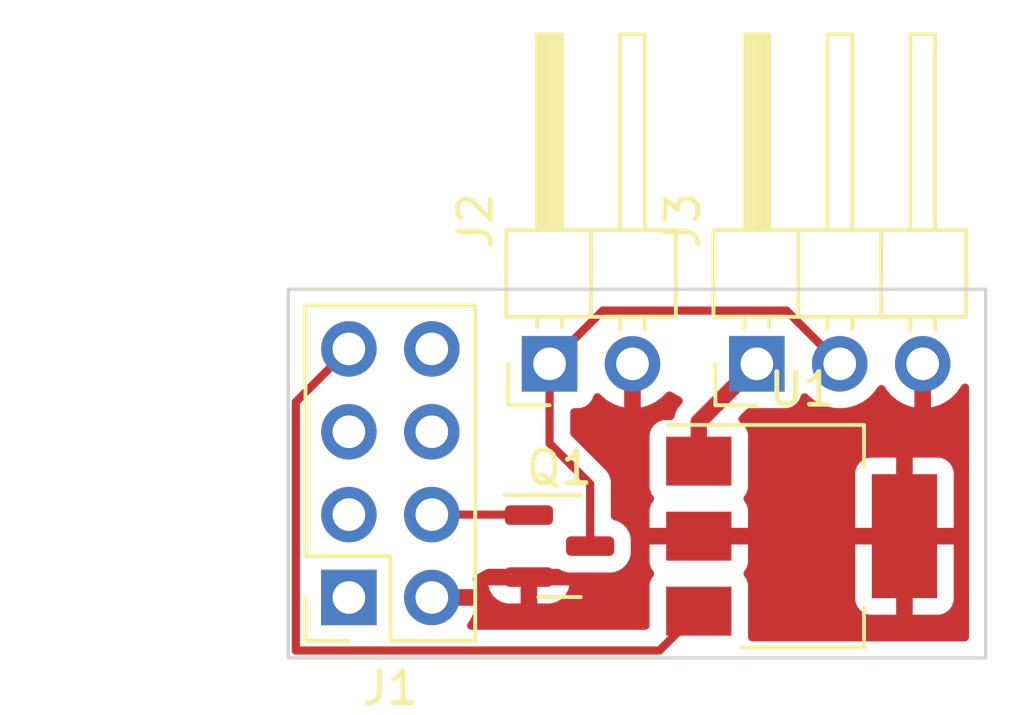
<source format=kicad_pcb>
(kicad_pcb (version 20211014) (generator pcbnew)
  (layers (0 "F.Cu" signal) (31 "B.Cu" signal) (34 "B.Paste" user) (35 "F.Paste" user) (36 "B.SilkS" user "B.Silkscreen") (37 "F.SilkS" user "F.Silkscreen") (38 "B.Mask" user) (39 "F.Mask" user) (44 "Edge.Cuts" user))
  (net 0 "")
  (net 3 "+3V3")
  (net 6 "GP4")
  (net 7 "GND")
  (net 8 "OUT")
  (net 9 "+5V")
  (footprint "Package_TO_SOT_SMD:SOT-23" (layer "F.Cu") (at 106.4768 59.182)
    (fp_text reference "Q1" (at 0 -2.4) (layer "F.SilkS"))
    (fp_text value "2N7002E")
    (fp_line (start 0 1.56) (end -0.65 1.56) (layer "F.SilkS") (width 0.12))
    (fp_line (start 0 -1.56) (end -1.675 -1.56) (layer "F.SilkS") (width 0.12))
    (fp_line (start 0 1.56) (end 0.65 1.56) (layer "F.SilkS") (width 0.12))
    (fp_line (start 0 -1.56) (end 0.65 -1.56) (layer "F.SilkS") (width 0.12))
    (pad "1" smd roundrect (at -0.9375 -0.95) (size 1.475 0.6) (layers "F.Cu" "F.Paste" "F.Mask") (net 6 "GP4"))
    (pad "2" smd roundrect (at -0.9375 0.95) (size 1.475 0.6) (layers "F.Cu" "F.Paste" "F.Mask") (net 7 "GND"))
    (pad "3" smd roundrect (at 0.9375 0) (size 1.475 0.6) (layers "F.Cu" "F.Paste" "F.Mask") (net 8 "OUT"))
  )
  (footprint "Connector_PinHeader_2.54mm:PinHeader_1x03_P2.54mm_Horizontal" (layer "F.Cu") (at 112.522 53.594 90)
    (fp_text reference "J3" (at 4.385 -2.27 90) (layer "F.SilkS"))
    (fp_text value "Conn_01x03_Male")
    (fp_line (start 1.042929 2.16) (end 1.44 2.16) (layer "F.SilkS") (width 0.12))
    (fp_line (start 1.042929 2.92) (end 1.44 2.92) (layer "F.SilkS") (width 0.12))
    (fp_line (start 4.1 6.41) (end 4.1 -1.33) (layer "F.SilkS") (width 0.12))
    (fp_line (start 1.11 0.38) (end 1.44 0.38) (layer "F.SilkS") (width 0.12))
    (fp_line (start 4.1 -0.2) (end 10.1 -0.2) (layer "F.SilkS") (width 0.12))
    (fp_line (start 10.1 0.38) (end 4.1 0.38) (layer "F.SilkS") (width 0.12))
    (fp_line (start 10.1 4.7) (end 10.1 5.46) (layer "F.SilkS") (width 0.12))
    (fp_line (start 1.042929 4.7) (end 1.44 4.7) (layer "F.SilkS") (width 0.12))
    (fp_line (start 1.042929 5.46) (end 1.44 5.46) (layer "F.SilkS") (width 0.12))
    (fp_line (start 1.11 -0.38) (end 1.44 -0.38) (layer "F.SilkS") (width 0.12))
    (fp_line (start -1.27 0) (end -1.27 -1.27) (layer "F.SilkS") (width 0.12))
    (fp_line (start 4.1 -0.08) (end 10.1 -0.08) (layer "F.SilkS") (width 0.12))
    (fp_line (start 4.1 -0.32) (end 10.1 -0.32) (layer "F.SilkS") (width 0.12))
    (fp_line (start 10.1 -0.38) (end 10.1 0.38) (layer "F.SilkS") (width 0.12))
    (fp_line (start 4.1 0.04) (end 10.1 0.04) (layer "F.SilkS") (width 0.12))
    (fp_line (start 4.1 4.7) (end 10.1 4.7) (layer "F.SilkS") (width 0.12))
    (fp_line (start 10.1 2.16) (end 10.1 2.92) (layer "F.SilkS") (width 0.12))
    (fp_line (start 4.1 2.16) (end 10.1 2.16) (layer "F.SilkS") (width 0.12))
    (fp_line (start 1.44 6.41) (end 4.1 6.41) (layer "F.SilkS") (width 0.12))
    (fp_line (start 1.44 -1.33) (end 1.44 6.41) (layer "F.SilkS") (width 0.12))
    (fp_line (start 10.1 2.92) (end 4.1 2.92) (layer "F.SilkS") (width 0.12))
    (fp_line (start 4.1 0.28) (end 10.1 0.28) (layer "F.SilkS") (width 0.12))
    (fp_line (start 4.1 -1.33) (end 1.44 -1.33) (layer "F.SilkS") (width 0.12))
    (fp_line (start 4.1 0.16) (end 10.1 0.16) (layer "F.SilkS") (width 0.12))
    (fp_line (start 4.1 -0.38) (end 10.1 -0.38) (layer "F.SilkS") (width 0.12))
    (fp_line (start 1.44 3.81) (end 4.1 3.81) (layer "F.SilkS") (width 0.12))
    (fp_line (start 1.44 1.27) (end 4.1 1.27) (layer "F.SilkS") (width 0.12))
    (fp_line (start 10.1 5.46) (end 4.1 5.46) (layer "F.SilkS") (width 0.12))
    (fp_line (start -1.27 -1.27) (end 0 -1.27) (layer "F.SilkS") (width 0.12))
    (pad "1" thru_hole rect (at 0 0 90) (size 1.7 1.7) (drill 1) (layers *.Cu *.Mask) (net 9 "+5V"))
    (pad "2" thru_hole oval (at 0 2.54 90) (size 1.7 1.7) (drill 1) (layers *.Cu *.Mask) (net 8 "OUT"))
    (pad "3" thru_hole oval (at 0 5.08 90) (size 1.7 1.7) (drill 1) (layers *.Cu *.Mask) (net 7 "GND"))
  )
  (footprint "Connector_PinSocket_2.54mm:PinSocket_2x04_P2.54mm_Vertical" (layer "F.Cu") (at 100.0252 60.7568 180)
    (fp_text reference "J1" (at -1.27 -2.77) (layer "F.SilkS"))
    (fp_text value "Conn_02x04_Counter_Clockwise")
    (fp_line (start -3.87 -1.33) (end -1.27 -1.33) (layer "F.SilkS") (width 0.12))
    (fp_line (start 0 -1.33) (end 1.33 -1.33) (layer "F.SilkS") (width 0.12))
    (fp_line (start -3.87 -1.33) (end -3.87 8.95) (layer "F.SilkS") (width 0.12))
    (fp_line (start -1.27 -1.33) (end -1.27 1.27) (layer "F.SilkS") (width 0.12))
    (fp_line (start -3.87 8.95) (end 1.33 8.95) (layer "F.SilkS") (width 0.12))
    (fp_line (start 1.33 1.27) (end 1.33 8.95) (layer "F.SilkS") (width 0.12))
    (fp_line (start -1.27 1.27) (end 1.33 1.27) (layer "F.SilkS") (width 0.12))
    (fp_line (start 1.33 -1.33) (end 1.33 0) (layer "F.SilkS") (width 0.12))
    (pad "1" thru_hole rect (at 0 0 180) (size 1.7 1.7) (drill 1) (layers *.Cu *.Mask))
    (pad "2" thru_hole oval (at -2.54 0 180) (size 1.7 1.7) (drill 1) (layers *.Cu *.Mask) (net 7 "GND"))
    (pad "3" thru_hole oval (at 0 2.54 180) (size 1.7 1.7) (drill 1) (layers *.Cu *.Mask))
    (pad "4" thru_hole oval (at -2.54 2.54 180) (size 1.7 1.7) (drill 1) (layers *.Cu *.Mask) (net 6 "GP4"))
    (pad "5" thru_hole oval (at 0 5.08 180) (size 1.7 1.7) (drill 1) (layers *.Cu *.Mask))
    (pad "6" thru_hole oval (at -2.54 5.08 180) (size 1.7 1.7) (drill 1) (layers *.Cu *.Mask))
    (pad "7" thru_hole oval (at 0 7.62 180) (size 1.7 1.7) (drill 1) (layers *.Cu *.Mask) (net 3 "+3V3"))
    (pad "8" thru_hole oval (at -2.54 7.62 180) (size 1.7 1.7) (drill 1) (layers *.Cu *.Mask))
  )
  (footprint "Connector_PinHeader_2.54mm:PinHeader_1x02_P2.54mm_Horizontal" (layer "F.Cu") (at 106.172 53.594 90)
    (fp_text reference "J2" (at 4.385 -2.27 90) (layer "F.SilkS"))
    (fp_text value "Conn_01x02_Male")
    (fp_line (start 4.1 -1.33) (end 1.44 -1.33) (layer "F.SilkS") (width 0.12))
    (fp_line (start 4.1 2.16) (end 10.1 2.16) (layer "F.SilkS") (width 0.12))
    (fp_line (start 10.1 2.92) (end 4.1 2.92) (layer "F.SilkS") (width 0.12))
    (fp_line (start 1.11 -0.38) (end 1.44 -0.38) (layer "F.SilkS") (width 0.12))
    (fp_line (start 1.11 0.38) (end 1.44 0.38) (layer "F.SilkS") (width 0.12))
    (fp_line (start 1.44 -1.33) (end 1.44 3.87) (layer "F.SilkS") (width 0.12))
    (fp_line (start -1.27 -1.27) (end 0 -1.27) (layer "F.SilkS") (width 0.12))
    (fp_line (start 4.1 0.28) (end 10.1 0.28) (layer "F.SilkS") (width 0.12))
    (fp_line (start 10.1 -0.38) (end 10.1 0.38) (layer "F.SilkS") (width 0.12))
    (fp_line (start 4.1 0.04) (end 10.1 0.04) (layer "F.SilkS") (width 0.12))
    (fp_line (start 1.042929 2.16) (end 1.44 2.16) (layer "F.SilkS") (width 0.12))
    (fp_line (start 10.1 0.38) (end 4.1 0.38) (layer "F.SilkS") (width 0.12))
    (fp_line (start 4.1 3.87) (end 4.1 -1.33) (layer "F.SilkS") (width 0.12))
    (fp_line (start -1.27 0) (end -1.27 -1.27) (layer "F.SilkS") (width 0.12))
    (fp_line (start 4.1 -0.2) (end 10.1 -0.2) (layer "F.SilkS") (width 0.12))
    (fp_line (start 1.042929 2.92) (end 1.44 2.92) (layer "F.SilkS") (width 0.12))
    (fp_line (start 4.1 0.16) (end 10.1 0.16) (layer "F.SilkS") (width 0.12))
    (fp_line (start 4.1 -0.32) (end 10.1 -0.32) (layer "F.SilkS") (width 0.12))
    (fp_line (start 10.1 2.16) (end 10.1 2.92) (layer "F.SilkS") (width 0.12))
    (fp_line (start 4.1 -0.08) (end 10.1 -0.08) (layer "F.SilkS") (width 0.12))
    (fp_line (start 1.44 1.27) (end 4.1 1.27) (layer "F.SilkS") (width 0.12))
    (fp_line (start 1.44 3.87) (end 4.1 3.87) (layer "F.SilkS") (width 0.12))
    (fp_line (start 4.1 -0.38) (end 10.1 -0.38) (layer "F.SilkS") (width 0.12))
    (pad "1" thru_hole rect (at 0 0 90) (size 1.7 1.7) (drill 1) (layers *.Cu *.Mask) (net 8 "OUT"))
    (pad "2" thru_hole oval (at 0 2.54 90) (size 1.7 1.7) (drill 1) (layers *.Cu *.Mask) (net 7 "GND"))
  )
  (footprint "Package_TO_SOT_SMD:SOT-223-3_TabPin2" (layer "F.Cu") (at 113.8936 58.8772)
    (fp_text reference "U1" (at 0 -4.5) (layer "F.SilkS"))
    (fp_text value "KA78M05_TO252")
    (fp_line (start 1.91 3.41) (end 1.91 2.15) (layer "F.SilkS") (width 0.12))
    (fp_line (start -4.1 -3.41) (end 1.91 -3.41) (layer "F.SilkS") (width 0.12))
    (fp_line (start -1.85 3.41) (end 1.91 3.41) (layer "F.SilkS") (width 0.12))
    (fp_line (start 1.91 -3.41) (end 1.91 -2.15) (layer "F.SilkS") (width 0.12))
    (pad "1" smd rect (at -3.15 -2.3) (size 2 1.5) (layers "F.Cu" "F.Paste" "F.Mask") (net 9 "+5V"))
    (pad "2" smd rect (at 3.15 0) (size 2 3.8) (layers "F.Cu" "F.Paste" "F.Mask") (net 7 "GND"))
    (pad "2" smd rect (at -3.15 0) (size 2 1.5) (layers "F.Cu" "F.Paste" "F.Mask") (net 7 "GND"))
    (pad "3" smd rect (at -3.15 2.3) (size 2 1.5) (layers "F.Cu" "F.Paste" "F.Mask") (net 3 "+3V3"))
  )
  (gr_rect (start 98.171 51.308) (end 119.5324 62.611) (layer "Edge.Cuts") (width 0.1) (fill none))
  (segment (start 98.3996 62.3824) (end 98.3996 54.7624) (width 0.25) (layer "F.Cu") (net 3))
  (segment (start 110.7436 61.1772) (end 109.5384 62.3824) (width 0.25) (layer "F.Cu") (net 3))
  (segment (start 98.3996 54.7624) (end 100.0252 53.1368) (width 0.25) (layer "F.Cu") (net 3))
  (segment (start 109.5384 62.3824) (end 98.3996 62.3824) (width 0.25) (layer "F.Cu") (net 3))
  (segment (start 105.5241 58.2168) (end 105.5393 58.232) (width 0.25) (layer "F.Cu") (net 6))
  (segment (start 102.5652 58.2168) (end 105.5241 58.2168) (width 0.25) (layer "F.Cu") (net 6))
  (segment (start 106.172 53.594) (end 107.803711 51.962289) (width 0.25) (layer "F.Cu") (net 8))
  (segment (start 106.172 56.0324) (end 106.172 53.594) (width 0.25) (layer "F.Cu") (net 8))
  (segment (start 107.4143 59.182) (end 107.4143 57.2747) (width 0.25) (layer "F.Cu") (net 8))
  (segment (start 113.430289 51.962289) (end 115.062 53.594) (width 0.25) (layer "F.Cu") (net 8))
  (segment (start 107.4143 57.2747) (end 106.172 56.0324) (width 0.25) (layer "F.Cu") (net 8))
  (segment (start 107.803711 51.962289) (end 113.430289 51.962289) (width 0.25) (layer "F.Cu") (net 8))
  (segment (start 110.7436 56.5772) (end 110.7436 55.3724) (width 0.5) (layer "F.Cu") (net 9))
  (segment (start 110.7436 55.3724) (end 112.522 53.594) (width 0.5) (layer "F.Cu") (net 9))
  (zone (net 0) (net_name "") (layer "F.Cu") (connect_pads (clearance 0)) (min_thickness 0.254)
    (keepout (tracks allowed) (vias allowed) (pads allowed) (copperpour not_allowed) (footprints allowed))
    (fill (thermal_gap 0.508) (thermal_bridge_width 0.508) (island_removal_mode 2) (island_area_min 20))
    (polygon (pts (xy 106.3244 58.8772) (xy 106.426 59.436) (xy 105.7148 60.198) (xy 104.8004 59.5884) (xy 103.5812 60.2488) (xy 102.7684 59.7408) (xy 103.5304 58.674)))
  )
  (zone (net 0) (net_name "") (layer "F.Cu") (connect_pads (clearance 0)) (min_thickness 0.254)
    (keepout (tracks allowed) (vias allowed) (pads allowed) (copperpour not_allowed) (footprints allowed))
    (fill (thermal_gap 0.508) (thermal_bridge_width 0.508) (island_removal_mode 2) (island_area_min 20))
    (polygon (pts (xy 119.5832 53.594) (xy 112.4712 53.6956) (xy 111.0488 55.118) (xy 108.5088 53.6448) (xy 108.7628 51.816) (xy 108.712 51.4604) (xy 113.8428 51.308) (xy 119.5324 51.308)))
  )
  (zone (net 7) (net_name "GND") (layer "F.Cu") (connect_pads (clearance 0.508)) (min_thickness 0.254) (fill yes (thermal_gap 0.508) (thermal_bridge_width 0.508) (island_removal_mode 2) (island_area_min 10))
    (polygon (pts (xy 119.5324 62.611) (xy 98.171 62.611) (xy 98.171 51.308) (xy 119.5324 51.308)))
  )
)
</source>
